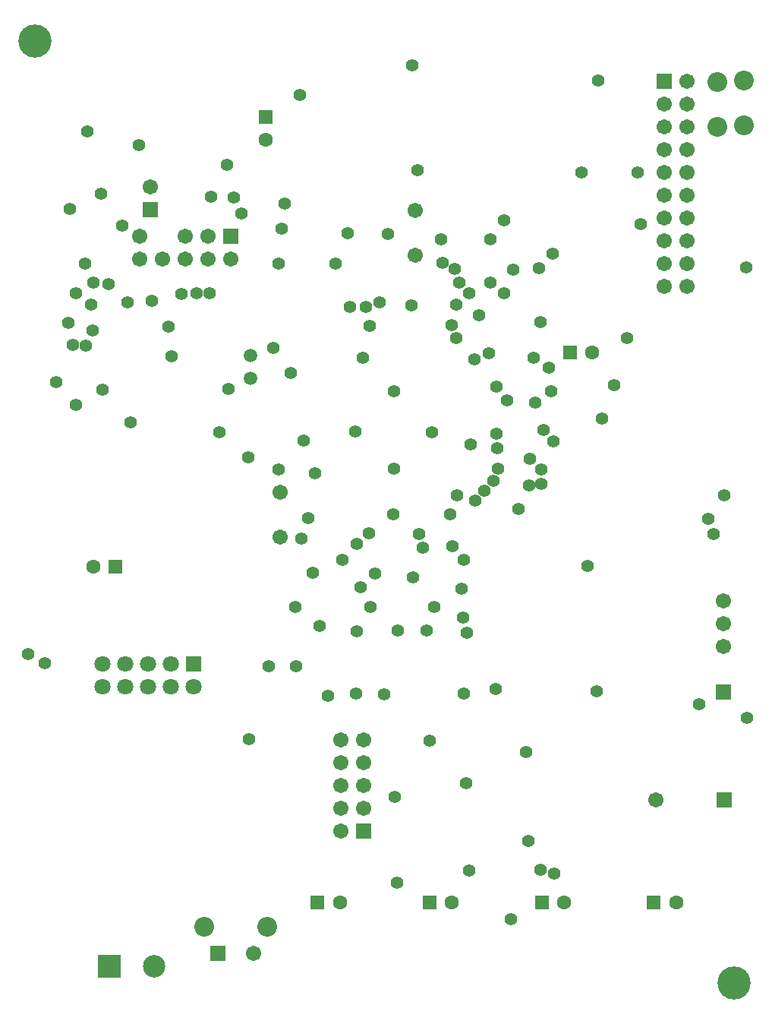
<source format=gbs>
%FSLAX43Y43*%
%MOMM*%
G71*
G01*
G75*
%ADD10C,0.300*%
%ADD11R,0.850X1.300*%
%ADD12R,0.300X1.600*%
%ADD13R,1.800X1.600*%
%ADD14R,1.600X1.800*%
%ADD15R,3.500X2.600*%
%ADD16R,2.200X0.550*%
%ADD17R,2.200X0.550*%
%ADD18C,0.075*%
%ADD19R,0.600X2.150*%
%ADD20R,1.200X2.000*%
%ADD21R,0.550X1.450*%
%ADD22R,0.550X1.450*%
%ADD23R,0.600X1.700*%
%ADD24R,0.600X2.150*%
%ADD25R,1.700X0.600*%
%ADD26R,2.150X1.100*%
%ADD27R,2.150X1.100*%
%ADD28R,2.150X3.500*%
%ADD29C,0.400*%
%ADD30C,0.500*%
%ADD31C,0.800*%
%ADD32C,0.600*%
%ADD33R,2.300X2.300*%
%ADD34C,2.300*%
%ADD35C,1.500*%
%ADD36C,1.600*%
%ADD37C,1.600*%
%ADD38R,1.600X1.600*%
%ADD39C,3.500*%
%ADD40C,2.000*%
%ADD41R,1.400X1.400*%
%ADD42C,1.400*%
%ADD43C,1.300*%
%ADD44R,1.500X1.500*%
%ADD45C,1.500*%
%ADD46C,1.200*%
%ADD47R,1.053X1.503*%
%ADD48R,0.503X1.803*%
%ADD49R,2.003X1.803*%
%ADD50R,1.803X2.003*%
%ADD51R,3.703X2.803*%
%ADD52R,2.403X0.753*%
%ADD53R,2.403X0.753*%
%ADD54R,0.803X2.353*%
%ADD55R,1.403X2.203*%
%ADD56R,0.753X1.653*%
%ADD57R,0.753X1.653*%
%ADD58R,0.803X1.903*%
%ADD59R,0.803X2.353*%
%ADD60R,1.903X0.803*%
%ADD61R,2.353X1.303*%
%ADD62R,2.353X1.303*%
%ADD63R,2.353X3.703*%
%ADD64R,2.503X2.503*%
%ADD65C,2.503*%
%ADD66C,1.703*%
%ADD67C,1.803*%
%ADD68C,1.803*%
%ADD69R,1.803X1.803*%
%ADD70C,3.703*%
%ADD71C,2.203*%
%ADD72R,1.603X1.603*%
%ADD73C,1.603*%
%ADD74C,1.503*%
%ADD75R,1.703X1.703*%
%ADD76C,1.703*%
%ADD77C,1.403*%
D64*
X11750Y5400D02*
D03*
D65*
X16750D02*
D03*
D66*
X37610Y30610D02*
D03*
X20269Y86762D02*
D03*
X15189Y84222D02*
D03*
Y86762D02*
D03*
X22809D02*
D03*
Y84222D02*
D03*
X80309Y41022D02*
D03*
X45900Y84592D02*
D03*
X30800Y53192D02*
D03*
X30800Y58192D02*
D03*
X45900Y89592D02*
D03*
X27900Y6800D02*
D03*
X76190Y104000D02*
D03*
X73650Y101460D02*
D03*
X76190D02*
D03*
X73650Y98920D02*
D03*
Y96380D02*
D03*
X76190D02*
D03*
X73650Y93840D02*
D03*
X76190D02*
D03*
X73650Y91300D02*
D03*
X76190D02*
D03*
X73650Y88760D02*
D03*
X76190D02*
D03*
X73650Y86220D02*
D03*
X76190D02*
D03*
X73650Y83680D02*
D03*
X76190D02*
D03*
X73650Y81140D02*
D03*
X76190D02*
D03*
X37610Y20450D02*
D03*
Y22990D02*
D03*
Y25530D02*
D03*
Y28070D02*
D03*
X40150Y30610D02*
D03*
X16388Y92235D02*
D03*
X40150Y28070D02*
D03*
Y25530D02*
D03*
Y22990D02*
D03*
X76190Y98920D02*
D03*
X72740Y23900D02*
D03*
X80309Y46102D02*
D03*
Y43562D02*
D03*
D67*
X11068Y36548D02*
D03*
X13608Y39088D02*
D03*
X16148Y36548D02*
D03*
Y39088D02*
D03*
X18688Y36548D02*
D03*
D68*
X13608D02*
D03*
X11068Y39088D02*
D03*
X18688D02*
D03*
X21228Y36548D02*
D03*
D69*
Y39088D02*
D03*
D70*
X3500Y108500D02*
D03*
X81500Y3500D02*
D03*
D71*
X82600Y104050D02*
D03*
X79600Y103950D02*
D03*
X82600Y99050D02*
D03*
X29400Y9800D02*
D03*
X22400D02*
D03*
X79600Y98950D02*
D03*
D72*
X72511Y12492D02*
D03*
X60011D02*
D03*
X47511D02*
D03*
X35011D02*
D03*
X12489Y49858D02*
D03*
X29242Y99989D02*
D03*
X63161Y73792D02*
D03*
D73*
X75011Y12492D02*
D03*
X62511D02*
D03*
X50011D02*
D03*
X37511D02*
D03*
X29242Y97489D02*
D03*
X65661Y73792D02*
D03*
X9989Y49858D02*
D03*
D74*
X27555Y70899D02*
D03*
Y73399D02*
D03*
D75*
X25349Y86762D02*
D03*
X80309Y35942D02*
D03*
X80375Y23900D02*
D03*
X23900Y6800D02*
D03*
X73650Y104000D02*
D03*
X16388Y89695D02*
D03*
X40150Y20450D02*
D03*
D76*
X17729Y84222D02*
D03*
X20269D02*
D03*
X25349D02*
D03*
D77*
X68100Y70150D02*
D03*
X71097Y88100D02*
D03*
X70750Y93850D02*
D03*
X64450D02*
D03*
X46197Y94100D02*
D03*
X34697Y60300D02*
D03*
X43450Y55750D02*
D03*
X41397Y49150D02*
D03*
X39800Y47650D02*
D03*
X45650Y48750D02*
D03*
X34450Y49250D02*
D03*
X35250Y43300D02*
D03*
X61197Y84800D02*
D03*
X55800Y88500D02*
D03*
X32600Y38850D02*
D03*
X29550D02*
D03*
X27397Y30650D02*
D03*
X66350Y104050D02*
D03*
X2700Y40200D02*
D03*
X4550Y39150D02*
D03*
X56850Y83000D02*
D03*
X50300Y83050D02*
D03*
X9900Y76200D02*
D03*
X50500Y75350D02*
D03*
X7200Y77050D02*
D03*
X53050Y77950D02*
D03*
X51900Y80400D02*
D03*
X55850D02*
D03*
X54300Y81550D02*
D03*
X50850Y81600D02*
D03*
X79150Y53550D02*
D03*
X46300D02*
D03*
X78550Y55250D02*
D03*
X40750Y53600D02*
D03*
X51350Y50700D02*
D03*
X37770D02*
D03*
X51250Y44250D02*
D03*
X48000Y45400D02*
D03*
X32550D02*
D03*
X40900D02*
D03*
X57450Y56350D02*
D03*
X49800Y55750D02*
D03*
X80350Y57850D02*
D03*
X50550D02*
D03*
X58600Y58950D02*
D03*
X52600Y57300D02*
D03*
X53600Y58400D02*
D03*
X60000Y59150D02*
D03*
Y60700D02*
D03*
X54600Y59450D02*
D03*
X58700Y61900D02*
D03*
X55150Y60800D02*
D03*
X55050Y63100D02*
D03*
X61350Y63850D02*
D03*
X59900Y16100D02*
D03*
X43900Y14650D02*
D03*
X56550Y10650D02*
D03*
X61400Y15700D02*
D03*
X60200Y65100D02*
D03*
X55000Y64700D02*
D03*
Y69950D02*
D03*
X54100Y73700D02*
D03*
X47800Y64900D02*
D03*
X43500Y69450D02*
D03*
X39250Y65000D02*
D03*
X43500Y60800D02*
D03*
X11700Y81400D02*
D03*
X10050Y81550D02*
D03*
X48950Y83750D02*
D03*
X22950Y80400D02*
D03*
X41950Y79350D02*
D03*
X21500Y80400D02*
D03*
X19800Y80300D02*
D03*
X40850Y76700D02*
D03*
X52500Y73050D02*
D03*
X30100Y74300D02*
D03*
X69550Y75400D02*
D03*
X66150Y36050D02*
D03*
X77600Y34600D02*
D03*
X50000Y76800D02*
D03*
X25650Y91050D02*
D03*
X82850Y83250D02*
D03*
X82950Y33050D02*
D03*
X33000Y102502D02*
D03*
X45550Y105800D02*
D03*
X40050Y73150D02*
D03*
X8100Y80400D02*
D03*
X43998Y42798D02*
D03*
X61050Y69450D02*
D03*
X60850Y72100D02*
D03*
X66750Y66400D02*
D03*
X30650Y83700D02*
D03*
X32000Y71500D02*
D03*
X33500Y63950D02*
D03*
X34000Y55350D02*
D03*
X18700Y73350D02*
D03*
X37050Y83650D02*
D03*
X26500Y89300D02*
D03*
X40400Y78850D02*
D03*
X38600D02*
D03*
X25050Y69700D02*
D03*
X33250Y53050D02*
D03*
X13250Y87887D02*
D03*
X51100Y47450D02*
D03*
X50050Y52150D02*
D03*
X39350Y52450D02*
D03*
X47150Y42750D02*
D03*
X51697Y42500D02*
D03*
X46797Y52000D02*
D03*
X65097Y49950D02*
D03*
X51350Y35750D02*
D03*
X54850Y36250D02*
D03*
X42450Y35650D02*
D03*
X39297Y35800D02*
D03*
X39397Y42700D02*
D03*
X36197Y35500D02*
D03*
X43650Y24250D02*
D03*
X51897Y16050D02*
D03*
X58500Y19350D02*
D03*
X58300Y29250D02*
D03*
X51550Y25750D02*
D03*
X47550Y30550D02*
D03*
X31350Y90350D02*
D03*
X30997Y87550D02*
D03*
X38397Y87050D02*
D03*
X42850Y86950D02*
D03*
X48750Y86350D02*
D03*
X54300D02*
D03*
X45497Y79050D02*
D03*
X50497Y79100D02*
D03*
X59697Y83150D02*
D03*
X59850Y77150D02*
D03*
X59100Y73150D02*
D03*
X59250Y68150D02*
D03*
X56150Y68450D02*
D03*
X52097Y63500D02*
D03*
X30697Y60700D02*
D03*
X27297Y62100D02*
D03*
X24097Y64900D02*
D03*
X14150Y65950D02*
D03*
X11050Y69650D02*
D03*
X8050Y67950D02*
D03*
X9797Y79100D02*
D03*
X13797Y79400D02*
D03*
X16500Y79550D02*
D03*
X9050Y83650D02*
D03*
X10897Y91500D02*
D03*
X15050Y96850D02*
D03*
X24897Y94700D02*
D03*
X23097Y91150D02*
D03*
X5900Y70503D02*
D03*
X9150Y74550D02*
D03*
X7750Y74600D02*
D03*
X7350Y89750D02*
D03*
X9300Y98400D02*
D03*
X18400Y76650D02*
D03*
M02*

</source>
